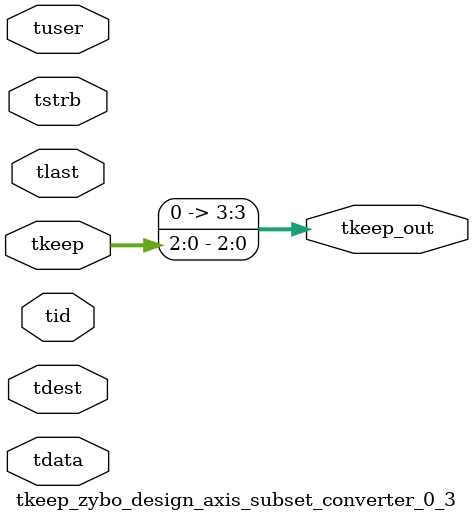
<source format=v>


`timescale 1ps/1ps

module tkeep_zybo_design_axis_subset_converter_0_3 #
(
parameter C_S_AXIS_TDATA_WIDTH = 32,
parameter C_S_AXIS_TUSER_WIDTH = 0,
parameter C_S_AXIS_TID_WIDTH   = 0,
parameter C_S_AXIS_TDEST_WIDTH = 0,
parameter C_M_AXIS_TDATA_WIDTH = 32
)
(
input  [(C_S_AXIS_TDATA_WIDTH == 0 ? 1 : C_S_AXIS_TDATA_WIDTH)-1:0     ] tdata,
input  [(C_S_AXIS_TUSER_WIDTH == 0 ? 1 : C_S_AXIS_TUSER_WIDTH)-1:0     ] tuser,
input  [(C_S_AXIS_TID_WIDTH   == 0 ? 1 : C_S_AXIS_TID_WIDTH)-1:0       ] tid,
input  [(C_S_AXIS_TDEST_WIDTH == 0 ? 1 : C_S_AXIS_TDEST_WIDTH)-1:0     ] tdest,
input  [(C_S_AXIS_TDATA_WIDTH/8)-1:0 ] tkeep,
input  [(C_S_AXIS_TDATA_WIDTH/8)-1:0 ] tstrb,
input                                                                    tlast,
output [(C_M_AXIS_TDATA_WIDTH/8)-1:0 ] tkeep_out
);

assign tkeep_out = {tkeep[2:0]};

endmodule


</source>
